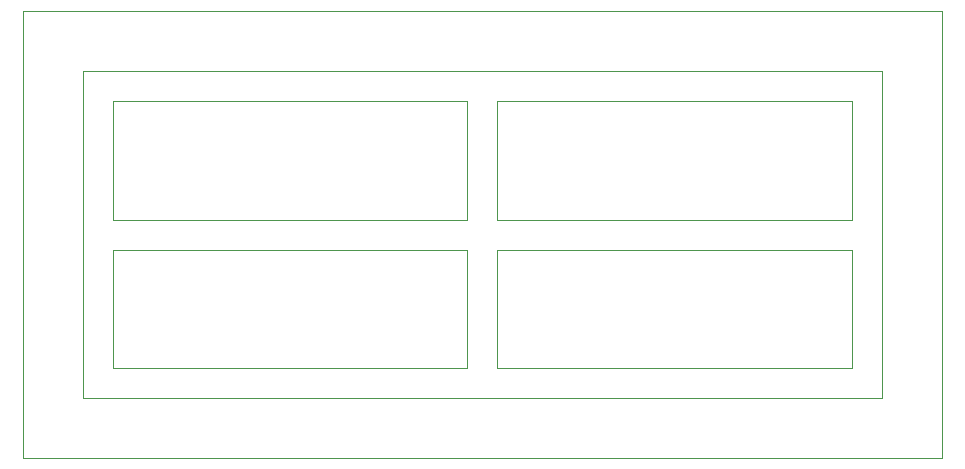
<source format=gko>
G04 Layer_Color=16711935*
%FSAX24Y24*%
%MOIN*%
G70*
G01*
G75*
%ADD52C,0.0010*%
D52*
X038622Y022874D02*
Y022874D01*
Y022874D02*
X038622D01*
X038622Y021918D02*
X038622Y022874D01*
X038622Y021918D02*
X038622Y017937D01*
Y017437D02*
Y017937D01*
Y017437D02*
X038622Y012000D01*
X025811D02*
X038622D01*
X024811D02*
X025811D01*
X024811D02*
Y012000D01*
X013000D02*
X024811D01*
X013000Y012000D02*
Y012000D01*
X012000D02*
X013000Y012000D01*
X012000Y022874D02*
X012000Y012000D01*
X012000Y022874D02*
X038222D01*
X038622Y022874D01*
X037622Y016937D02*
X037622Y013000D01*
X025811Y016937D02*
X037622D01*
X025811Y013000D02*
X025811Y016937D01*
X025811Y013000D02*
X037622D01*
X037622Y021874D02*
X037622Y017937D01*
X025811Y021874D02*
X037622Y021874D01*
X025811Y021874D02*
X025811Y017937D01*
X037622D01*
X024811Y016937D02*
X024811Y013000D01*
X013000Y016937D02*
X024811D01*
X013000D02*
X013000Y013000D01*
X024811D01*
Y017937D02*
X024811Y021874D01*
X013000Y021874D02*
X024811Y021874D01*
X013000Y017937D02*
Y021874D01*
Y017937D02*
X024811D01*
X010000Y024874D02*
X040622Y024874D01*
X010000Y010000D02*
Y024874D01*
Y010000D02*
X040622Y010000D01*
Y024874D01*
X013000Y016937D02*
X013000Y013000D01*
X013000Y016937D02*
X024811Y016937D01*
X024811Y013000D01*
X013000Y013000D02*
X024811Y013000D01*
X025811Y016937D02*
X025811Y013000D01*
X025811Y016937D02*
X037622Y016937D01*
X037622Y013000D01*
X025811Y013000D02*
X037622Y013000D01*
X013000Y021874D02*
X013000Y017937D01*
X013000Y021874D02*
X024811Y021874D01*
X024811Y017937D01*
X013000Y017937D02*
X024811Y017937D01*
X025811Y021874D02*
X025811Y017937D01*
X025811Y021874D02*
X037622Y021874D01*
X037622Y017937D01*
X025811Y017937D02*
X037622Y017937D01*
M02*

</source>
